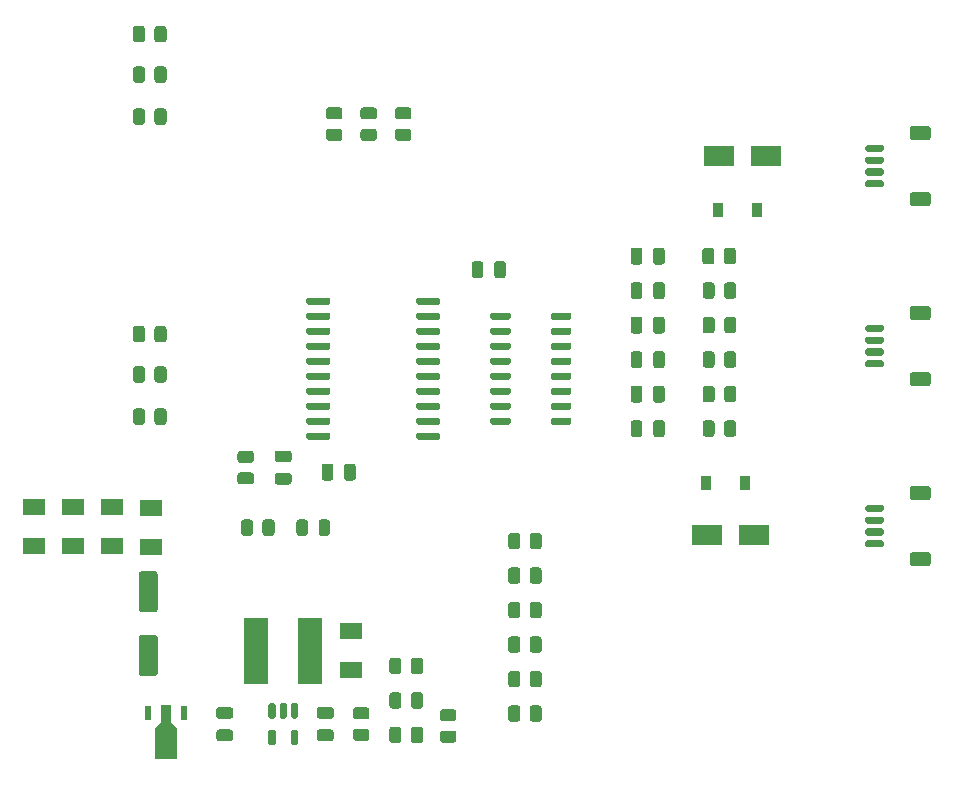
<source format=gtp>
G04 #@! TF.GenerationSoftware,KiCad,Pcbnew,6.0.2+dfsg-1*
G04 #@! TF.CreationDate,2024-06-30T21:42:03-06:00*
G04 #@! TF.ProjectId,mss-cascade-basic,6d73732d-6361-4736-9361-64652d626173,rev?*
G04 #@! TF.SameCoordinates,Original*
G04 #@! TF.FileFunction,Paste,Top*
G04 #@! TF.FilePolarity,Positive*
%FSLAX46Y46*%
G04 Gerber Fmt 4.6, Leading zero omitted, Abs format (unit mm)*
G04 Created by KiCad (PCBNEW 6.0.2+dfsg-1) date 2024-06-30 21:42:03*
%MOMM*%
%LPD*%
G01*
G04 APERTURE LIST*
%ADD10R,0.900000X1.200000*%
%ADD11R,2.500000X1.800000*%
%ADD12R,1.900000X1.400000*%
%ADD13R,2.108200X5.562600*%
%ADD14R,0.550000X1.300000*%
G04 APERTURE END LIST*
G36*
G01*
X66098000Y-184403000D02*
X66998000Y-184403000D01*
G75*
G02*
X67248000Y-184653000I0J-250000D01*
G01*
X67248000Y-185178000D01*
G75*
G02*
X66998000Y-185428000I-250000J0D01*
G01*
X66098000Y-185428000D01*
G75*
G02*
X65848000Y-185178000I0J250000D01*
G01*
X65848000Y-184653000D01*
G75*
G02*
X66098000Y-184403000I250000J0D01*
G01*
G37*
G36*
G01*
X66098000Y-186228000D02*
X66998000Y-186228000D01*
G75*
G02*
X67248000Y-186478000I0J-250000D01*
G01*
X67248000Y-187003000D01*
G75*
G02*
X66998000Y-187253000I-250000J0D01*
G01*
X66098000Y-187253000D01*
G75*
G02*
X65848000Y-187003000I0J250000D01*
G01*
X65848000Y-186478000D01*
G75*
G02*
X66098000Y-186228000I250000J0D01*
G01*
G37*
D10*
X92709000Y-142113000D03*
X89409000Y-142113000D03*
G36*
G01*
X88083064Y-149421000D02*
X88083064Y-148521000D01*
G75*
G02*
X88333064Y-148271000I250000J0D01*
G01*
X88858064Y-148271000D01*
G75*
G02*
X89108064Y-148521000I0J-250000D01*
G01*
X89108064Y-149421000D01*
G75*
G02*
X88858064Y-149671000I-250000J0D01*
G01*
X88333064Y-149671000D01*
G75*
G02*
X88083064Y-149421000I0J250000D01*
G01*
G37*
G36*
G01*
X89908064Y-149421000D02*
X89908064Y-148521000D01*
G75*
G02*
X90158064Y-148271000I250000J0D01*
G01*
X90683064Y-148271000D01*
G75*
G02*
X90933064Y-148521000I0J-250000D01*
G01*
X90933064Y-149421000D01*
G75*
G02*
X90683064Y-149671000I-250000J0D01*
G01*
X90158064Y-149671000D01*
G75*
G02*
X89908064Y-149421000I0J250000D01*
G01*
G37*
G36*
G01*
X88083064Y-158184000D02*
X88083064Y-157284000D01*
G75*
G02*
X88333064Y-157034000I250000J0D01*
G01*
X88858064Y-157034000D01*
G75*
G02*
X89108064Y-157284000I0J-250000D01*
G01*
X89108064Y-158184000D01*
G75*
G02*
X88858064Y-158434000I-250000J0D01*
G01*
X88333064Y-158434000D01*
G75*
G02*
X88083064Y-158184000I0J250000D01*
G01*
G37*
G36*
G01*
X89908064Y-158184000D02*
X89908064Y-157284000D01*
G75*
G02*
X90158064Y-157034000I250000J0D01*
G01*
X90683064Y-157034000D01*
G75*
G02*
X90933064Y-157284000I0J-250000D01*
G01*
X90933064Y-158184000D01*
G75*
G02*
X90683064Y-158434000I-250000J0D01*
G01*
X90158064Y-158434000D01*
G75*
G02*
X89908064Y-158184000I0J250000D01*
G01*
G37*
G36*
G01*
X39850000Y-127704000D02*
X39850000Y-126804000D01*
G75*
G02*
X40100000Y-126554000I250000J0D01*
G01*
X40625000Y-126554000D01*
G75*
G02*
X40875000Y-126804000I0J-250000D01*
G01*
X40875000Y-127704000D01*
G75*
G02*
X40625000Y-127954000I-250000J0D01*
G01*
X40100000Y-127954000D01*
G75*
G02*
X39850000Y-127704000I0J250000D01*
G01*
G37*
G36*
G01*
X41675000Y-127704000D02*
X41675000Y-126804000D01*
G75*
G02*
X41925000Y-126554000I250000J0D01*
G01*
X42450000Y-126554000D01*
G75*
G02*
X42700000Y-126804000I0J-250000D01*
G01*
X42700000Y-127704000D01*
G75*
G02*
X42450000Y-127954000I-250000J0D01*
G01*
X41925000Y-127954000D01*
G75*
G02*
X41675000Y-127704000I0J250000D01*
G01*
G37*
G36*
G01*
X88083064Y-152342000D02*
X88083064Y-151442000D01*
G75*
G02*
X88333064Y-151192000I250000J0D01*
G01*
X88858064Y-151192000D01*
G75*
G02*
X89108064Y-151442000I0J-250000D01*
G01*
X89108064Y-152342000D01*
G75*
G02*
X88858064Y-152592000I-250000J0D01*
G01*
X88333064Y-152592000D01*
G75*
G02*
X88083064Y-152342000I0J250000D01*
G01*
G37*
G36*
G01*
X89908064Y-152342000D02*
X89908064Y-151442000D01*
G75*
G02*
X90158064Y-151192000I250000J0D01*
G01*
X90683064Y-151192000D01*
G75*
G02*
X90933064Y-151442000I0J-250000D01*
G01*
X90933064Y-152342000D01*
G75*
G02*
X90683064Y-152592000I-250000J0D01*
G01*
X90158064Y-152592000D01*
G75*
G02*
X89908064Y-152342000I0J250000D01*
G01*
G37*
G36*
G01*
X41698000Y-181615000D02*
X40598000Y-181615000D01*
G75*
G02*
X40348000Y-181365000I0J250000D01*
G01*
X40348000Y-178365000D01*
G75*
G02*
X40598000Y-178115000I250000J0D01*
G01*
X41698000Y-178115000D01*
G75*
G02*
X41948000Y-178365000I0J-250000D01*
G01*
X41948000Y-181365000D01*
G75*
G02*
X41698000Y-181615000I-250000J0D01*
G01*
G37*
G36*
G01*
X41698000Y-176215000D02*
X40598000Y-176215000D01*
G75*
G02*
X40348000Y-175965000I0J250000D01*
G01*
X40348000Y-172965000D01*
G75*
G02*
X40598000Y-172715000I250000J0D01*
G01*
X41698000Y-172715000D01*
G75*
G02*
X41948000Y-172965000I0J-250000D01*
G01*
X41948000Y-175965000D01*
G75*
G02*
X41698000Y-176215000I-250000J0D01*
G01*
G37*
G36*
G01*
X103273000Y-155470000D02*
X102023000Y-155470000D01*
G75*
G02*
X101873000Y-155320000I0J150000D01*
G01*
X101873000Y-155020000D01*
G75*
G02*
X102023000Y-154870000I150000J0D01*
G01*
X103273000Y-154870000D01*
G75*
G02*
X103423000Y-155020000I0J-150000D01*
G01*
X103423000Y-155320000D01*
G75*
G02*
X103273000Y-155470000I-150000J0D01*
G01*
G37*
G36*
G01*
X103273000Y-154470000D02*
X102023000Y-154470000D01*
G75*
G02*
X101873000Y-154320000I0J150000D01*
G01*
X101873000Y-154020000D01*
G75*
G02*
X102023000Y-153870000I150000J0D01*
G01*
X103273000Y-153870000D01*
G75*
G02*
X103423000Y-154020000I0J-150000D01*
G01*
X103423000Y-154320000D01*
G75*
G02*
X103273000Y-154470000I-150000J0D01*
G01*
G37*
G36*
G01*
X103273000Y-153470000D02*
X102023000Y-153470000D01*
G75*
G02*
X101873000Y-153320000I0J150000D01*
G01*
X101873000Y-153020000D01*
G75*
G02*
X102023000Y-152870000I150000J0D01*
G01*
X103273000Y-152870000D01*
G75*
G02*
X103423000Y-153020000I0J-150000D01*
G01*
X103423000Y-153320000D01*
G75*
G02*
X103273000Y-153470000I-150000J0D01*
G01*
G37*
G36*
G01*
X103273000Y-152470000D02*
X102023000Y-152470000D01*
G75*
G02*
X101873000Y-152320000I0J150000D01*
G01*
X101873000Y-152020000D01*
G75*
G02*
X102023000Y-151870000I150000J0D01*
G01*
X103273000Y-151870000D01*
G75*
G02*
X103423000Y-152020000I0J-150000D01*
G01*
X103423000Y-152320000D01*
G75*
G02*
X103273000Y-152470000I-150000J0D01*
G01*
G37*
G36*
G01*
X107173000Y-151470000D02*
X105873000Y-151470000D01*
G75*
G02*
X105623000Y-151220000I0J250000D01*
G01*
X105623000Y-150520000D01*
G75*
G02*
X105873000Y-150270000I250000J0D01*
G01*
X107173000Y-150270000D01*
G75*
G02*
X107423000Y-150520000I0J-250000D01*
G01*
X107423000Y-151220000D01*
G75*
G02*
X107173000Y-151470000I-250000J0D01*
G01*
G37*
G36*
G01*
X107173000Y-157070000D02*
X105873000Y-157070000D01*
G75*
G02*
X105623000Y-156820000I0J250000D01*
G01*
X105623000Y-156120000D01*
G75*
G02*
X105873000Y-155870000I250000J0D01*
G01*
X107173000Y-155870000D01*
G75*
G02*
X107423000Y-156120000I0J-250000D01*
G01*
X107423000Y-156820000D01*
G75*
G02*
X107173000Y-157070000I-250000J0D01*
G01*
G37*
G36*
G01*
X60267000Y-136299000D02*
X59367000Y-136299000D01*
G75*
G02*
X59117000Y-136049000I0J250000D01*
G01*
X59117000Y-135524000D01*
G75*
G02*
X59367000Y-135274000I250000J0D01*
G01*
X60267000Y-135274000D01*
G75*
G02*
X60517000Y-135524000I0J-250000D01*
G01*
X60517000Y-136049000D01*
G75*
G02*
X60267000Y-136299000I-250000J0D01*
G01*
G37*
G36*
G01*
X60267000Y-134474000D02*
X59367000Y-134474000D01*
G75*
G02*
X59117000Y-134224000I0J250000D01*
G01*
X59117000Y-133699000D01*
G75*
G02*
X59367000Y-133449000I250000J0D01*
G01*
X60267000Y-133449000D01*
G75*
G02*
X60517000Y-133699000I0J-250000D01*
G01*
X60517000Y-134224000D01*
G75*
G02*
X60267000Y-134474000I-250000J0D01*
G01*
G37*
G36*
G01*
X61567000Y-184119000D02*
X61567000Y-183219000D01*
G75*
G02*
X61817000Y-182969000I250000J0D01*
G01*
X62342000Y-182969000D01*
G75*
G02*
X62592000Y-183219000I0J-250000D01*
G01*
X62592000Y-184119000D01*
G75*
G02*
X62342000Y-184369000I-250000J0D01*
G01*
X61817000Y-184369000D01*
G75*
G02*
X61567000Y-184119000I0J250000D01*
G01*
G37*
G36*
G01*
X63392000Y-184119000D02*
X63392000Y-183219000D01*
G75*
G02*
X63642000Y-182969000I250000J0D01*
G01*
X64167000Y-182969000D01*
G75*
G02*
X64417000Y-183219000I0J-250000D01*
G01*
X64417000Y-184119000D01*
G75*
G02*
X64167000Y-184369000I-250000J0D01*
G01*
X63642000Y-184369000D01*
G75*
G02*
X63392000Y-184119000I0J250000D01*
G01*
G37*
G36*
G01*
X84889000Y-157259000D02*
X84889000Y-158209000D01*
G75*
G02*
X84639000Y-158459000I-250000J0D01*
G01*
X84139000Y-158459000D01*
G75*
G02*
X83889000Y-158209000I0J250000D01*
G01*
X83889000Y-157259000D01*
G75*
G02*
X84139000Y-157009000I250000J0D01*
G01*
X84639000Y-157009000D01*
G75*
G02*
X84889000Y-157259000I0J-250000D01*
G01*
G37*
G36*
G01*
X82989000Y-157259000D02*
X82989000Y-158209000D01*
G75*
G02*
X82739000Y-158459000I-250000J0D01*
G01*
X82239000Y-158459000D01*
G75*
G02*
X81989000Y-158209000I0J250000D01*
G01*
X81989000Y-157259000D01*
G75*
G02*
X82239000Y-157009000I250000J0D01*
G01*
X82739000Y-157009000D01*
G75*
G02*
X82989000Y-157259000I0J-250000D01*
G01*
G37*
G36*
G01*
X74473500Y-184335000D02*
X74473500Y-185235000D01*
G75*
G02*
X74223500Y-185485000I-250000J0D01*
G01*
X73698500Y-185485000D01*
G75*
G02*
X73448500Y-185235000I0J250000D01*
G01*
X73448500Y-184335000D01*
G75*
G02*
X73698500Y-184085000I250000J0D01*
G01*
X74223500Y-184085000D01*
G75*
G02*
X74473500Y-184335000I0J-250000D01*
G01*
G37*
G36*
G01*
X72648500Y-184335000D02*
X72648500Y-185235000D01*
G75*
G02*
X72398500Y-185485000I-250000J0D01*
G01*
X71873500Y-185485000D01*
G75*
G02*
X71623500Y-185235000I0J250000D01*
G01*
X71623500Y-184335000D01*
G75*
G02*
X71873500Y-184085000I250000J0D01*
G01*
X72398500Y-184085000D01*
G75*
G02*
X72648500Y-184335000I0J-250000D01*
G01*
G37*
G36*
G01*
X51844000Y-168587000D02*
X51844000Y-169487000D01*
G75*
G02*
X51594000Y-169737000I-250000J0D01*
G01*
X51069000Y-169737000D01*
G75*
G02*
X50819000Y-169487000I0J250000D01*
G01*
X50819000Y-168587000D01*
G75*
G02*
X51069000Y-168337000I250000J0D01*
G01*
X51594000Y-168337000D01*
G75*
G02*
X51844000Y-168587000I0J-250000D01*
G01*
G37*
G36*
G01*
X50019000Y-168587000D02*
X50019000Y-169487000D01*
G75*
G02*
X49769000Y-169737000I-250000J0D01*
G01*
X49244000Y-169737000D01*
G75*
G02*
X48994000Y-169487000I0J250000D01*
G01*
X48994000Y-168587000D01*
G75*
G02*
X49244000Y-168337000I250000J0D01*
G01*
X49769000Y-168337000D01*
G75*
G02*
X50019000Y-168587000I0J-250000D01*
G01*
G37*
G36*
G01*
X47150000Y-184224000D02*
X48100000Y-184224000D01*
G75*
G02*
X48350000Y-184474000I0J-250000D01*
G01*
X48350000Y-184974000D01*
G75*
G02*
X48100000Y-185224000I-250000J0D01*
G01*
X47150000Y-185224000D01*
G75*
G02*
X46900000Y-184974000I0J250000D01*
G01*
X46900000Y-184474000D01*
G75*
G02*
X47150000Y-184224000I250000J0D01*
G01*
G37*
G36*
G01*
X47150000Y-186124000D02*
X48100000Y-186124000D01*
G75*
G02*
X48350000Y-186374000I0J-250000D01*
G01*
X48350000Y-186874000D01*
G75*
G02*
X48100000Y-187124000I-250000J0D01*
G01*
X47150000Y-187124000D01*
G75*
G02*
X46900000Y-186874000I0J250000D01*
G01*
X46900000Y-186374000D01*
G75*
G02*
X47150000Y-186124000I250000J0D01*
G01*
G37*
D11*
X88424000Y-169672000D03*
X92424000Y-169672000D03*
G36*
G01*
X39850000Y-153104000D02*
X39850000Y-152204000D01*
G75*
G02*
X40100000Y-151954000I250000J0D01*
G01*
X40625000Y-151954000D01*
G75*
G02*
X40875000Y-152204000I0J-250000D01*
G01*
X40875000Y-153104000D01*
G75*
G02*
X40625000Y-153354000I-250000J0D01*
G01*
X40100000Y-153354000D01*
G75*
G02*
X39850000Y-153104000I0J250000D01*
G01*
G37*
G36*
G01*
X41675000Y-153104000D02*
X41675000Y-152204000D01*
G75*
G02*
X41925000Y-151954000I250000J0D01*
G01*
X42450000Y-151954000D01*
G75*
G02*
X42700000Y-152204000I0J-250000D01*
G01*
X42700000Y-153104000D01*
G75*
G02*
X42450000Y-153354000I-250000J0D01*
G01*
X41925000Y-153354000D01*
G75*
G02*
X41675000Y-153104000I0J250000D01*
G01*
G37*
G36*
G01*
X48953000Y-162532000D02*
X49853000Y-162532000D01*
G75*
G02*
X50103000Y-162782000I0J-250000D01*
G01*
X50103000Y-163307000D01*
G75*
G02*
X49853000Y-163557000I-250000J0D01*
G01*
X48953000Y-163557000D01*
G75*
G02*
X48703000Y-163307000I0J250000D01*
G01*
X48703000Y-162782000D01*
G75*
G02*
X48953000Y-162532000I250000J0D01*
G01*
G37*
G36*
G01*
X48953000Y-164357000D02*
X49853000Y-164357000D01*
G75*
G02*
X50103000Y-164607000I0J-250000D01*
G01*
X50103000Y-165132000D01*
G75*
G02*
X49853000Y-165382000I-250000J0D01*
G01*
X48953000Y-165382000D01*
G75*
G02*
X48703000Y-165132000I0J250000D01*
G01*
X48703000Y-164607000D01*
G75*
G02*
X48953000Y-164357000I250000J0D01*
G01*
G37*
G36*
G01*
X39850000Y-156524000D02*
X39850000Y-155624000D01*
G75*
G02*
X40100000Y-155374000I250000J0D01*
G01*
X40625000Y-155374000D01*
G75*
G02*
X40875000Y-155624000I0J-250000D01*
G01*
X40875000Y-156524000D01*
G75*
G02*
X40625000Y-156774000I-250000J0D01*
G01*
X40100000Y-156774000D01*
G75*
G02*
X39850000Y-156524000I0J250000D01*
G01*
G37*
G36*
G01*
X41675000Y-156524000D02*
X41675000Y-155624000D01*
G75*
G02*
X41925000Y-155374000I250000J0D01*
G01*
X42450000Y-155374000D01*
G75*
G02*
X42700000Y-155624000I0J-250000D01*
G01*
X42700000Y-156524000D01*
G75*
G02*
X42450000Y-156774000I-250000J0D01*
G01*
X41925000Y-156774000D01*
G75*
G02*
X41675000Y-156524000I0J250000D01*
G01*
G37*
G36*
G01*
X84889000Y-154338000D02*
X84889000Y-155288000D01*
G75*
G02*
X84639000Y-155538000I-250000J0D01*
G01*
X84139000Y-155538000D01*
G75*
G02*
X83889000Y-155288000I0J250000D01*
G01*
X83889000Y-154338000D01*
G75*
G02*
X84139000Y-154088000I250000J0D01*
G01*
X84639000Y-154088000D01*
G75*
G02*
X84889000Y-154338000I0J-250000D01*
G01*
G37*
G36*
G01*
X82989000Y-154338000D02*
X82989000Y-155288000D01*
G75*
G02*
X82739000Y-155538000I-250000J0D01*
G01*
X82239000Y-155538000D01*
G75*
G02*
X81989000Y-155288000I0J250000D01*
G01*
X81989000Y-154338000D01*
G75*
G02*
X82239000Y-154088000I250000J0D01*
G01*
X82739000Y-154088000D01*
G75*
G02*
X82989000Y-154338000I0J-250000D01*
G01*
G37*
G36*
G01*
X57346000Y-136299000D02*
X56446000Y-136299000D01*
G75*
G02*
X56196000Y-136049000I0J250000D01*
G01*
X56196000Y-135524000D01*
G75*
G02*
X56446000Y-135274000I250000J0D01*
G01*
X57346000Y-135274000D01*
G75*
G02*
X57596000Y-135524000I0J-250000D01*
G01*
X57596000Y-136049000D01*
G75*
G02*
X57346000Y-136299000I-250000J0D01*
G01*
G37*
G36*
G01*
X57346000Y-134474000D02*
X56446000Y-134474000D01*
G75*
G02*
X56196000Y-134224000I0J250000D01*
G01*
X56196000Y-133699000D01*
G75*
G02*
X56446000Y-133449000I250000J0D01*
G01*
X57346000Y-133449000D01*
G75*
G02*
X57596000Y-133699000I0J-250000D01*
G01*
X57596000Y-134224000D01*
G75*
G02*
X57346000Y-134474000I-250000J0D01*
G01*
G37*
G36*
G01*
X84889000Y-151417000D02*
X84889000Y-152367000D01*
G75*
G02*
X84639000Y-152617000I-250000J0D01*
G01*
X84139000Y-152617000D01*
G75*
G02*
X83889000Y-152367000I0J250000D01*
G01*
X83889000Y-151417000D01*
G75*
G02*
X84139000Y-151167000I250000J0D01*
G01*
X84639000Y-151167000D01*
G75*
G02*
X84889000Y-151417000I0J-250000D01*
G01*
G37*
G36*
G01*
X82989000Y-151417000D02*
X82989000Y-152367000D01*
G75*
G02*
X82739000Y-152617000I-250000J0D01*
G01*
X82239000Y-152617000D01*
G75*
G02*
X81989000Y-152367000I0J250000D01*
G01*
X81989000Y-151417000D01*
G75*
G02*
X82239000Y-151167000I250000J0D01*
G01*
X82739000Y-151167000D01*
G75*
G02*
X82989000Y-151417000I0J-250000D01*
G01*
G37*
D12*
X31496000Y-167260000D03*
X31496000Y-170560000D03*
G36*
G01*
X70083000Y-151280000D02*
X70083000Y-150980000D01*
G75*
G02*
X70233000Y-150830000I150000J0D01*
G01*
X71683000Y-150830000D01*
G75*
G02*
X71833000Y-150980000I0J-150000D01*
G01*
X71833000Y-151280000D01*
G75*
G02*
X71683000Y-151430000I-150000J0D01*
G01*
X70233000Y-151430000D01*
G75*
G02*
X70083000Y-151280000I0J150000D01*
G01*
G37*
G36*
G01*
X70083000Y-152550000D02*
X70083000Y-152250000D01*
G75*
G02*
X70233000Y-152100000I150000J0D01*
G01*
X71683000Y-152100000D01*
G75*
G02*
X71833000Y-152250000I0J-150000D01*
G01*
X71833000Y-152550000D01*
G75*
G02*
X71683000Y-152700000I-150000J0D01*
G01*
X70233000Y-152700000D01*
G75*
G02*
X70083000Y-152550000I0J150000D01*
G01*
G37*
G36*
G01*
X70083000Y-153820000D02*
X70083000Y-153520000D01*
G75*
G02*
X70233000Y-153370000I150000J0D01*
G01*
X71683000Y-153370000D01*
G75*
G02*
X71833000Y-153520000I0J-150000D01*
G01*
X71833000Y-153820000D01*
G75*
G02*
X71683000Y-153970000I-150000J0D01*
G01*
X70233000Y-153970000D01*
G75*
G02*
X70083000Y-153820000I0J150000D01*
G01*
G37*
G36*
G01*
X70083000Y-155090000D02*
X70083000Y-154790000D01*
G75*
G02*
X70233000Y-154640000I150000J0D01*
G01*
X71683000Y-154640000D01*
G75*
G02*
X71833000Y-154790000I0J-150000D01*
G01*
X71833000Y-155090000D01*
G75*
G02*
X71683000Y-155240000I-150000J0D01*
G01*
X70233000Y-155240000D01*
G75*
G02*
X70083000Y-155090000I0J150000D01*
G01*
G37*
G36*
G01*
X70083000Y-156360000D02*
X70083000Y-156060000D01*
G75*
G02*
X70233000Y-155910000I150000J0D01*
G01*
X71683000Y-155910000D01*
G75*
G02*
X71833000Y-156060000I0J-150000D01*
G01*
X71833000Y-156360000D01*
G75*
G02*
X71683000Y-156510000I-150000J0D01*
G01*
X70233000Y-156510000D01*
G75*
G02*
X70083000Y-156360000I0J150000D01*
G01*
G37*
G36*
G01*
X70083000Y-157630000D02*
X70083000Y-157330000D01*
G75*
G02*
X70233000Y-157180000I150000J0D01*
G01*
X71683000Y-157180000D01*
G75*
G02*
X71833000Y-157330000I0J-150000D01*
G01*
X71833000Y-157630000D01*
G75*
G02*
X71683000Y-157780000I-150000J0D01*
G01*
X70233000Y-157780000D01*
G75*
G02*
X70083000Y-157630000I0J150000D01*
G01*
G37*
G36*
G01*
X70083000Y-158900000D02*
X70083000Y-158600000D01*
G75*
G02*
X70233000Y-158450000I150000J0D01*
G01*
X71683000Y-158450000D01*
G75*
G02*
X71833000Y-158600000I0J-150000D01*
G01*
X71833000Y-158900000D01*
G75*
G02*
X71683000Y-159050000I-150000J0D01*
G01*
X70233000Y-159050000D01*
G75*
G02*
X70083000Y-158900000I0J150000D01*
G01*
G37*
G36*
G01*
X70083000Y-160170000D02*
X70083000Y-159870000D01*
G75*
G02*
X70233000Y-159720000I150000J0D01*
G01*
X71683000Y-159720000D01*
G75*
G02*
X71833000Y-159870000I0J-150000D01*
G01*
X71833000Y-160170000D01*
G75*
G02*
X71683000Y-160320000I-150000J0D01*
G01*
X70233000Y-160320000D01*
G75*
G02*
X70083000Y-160170000I0J150000D01*
G01*
G37*
G36*
G01*
X75233000Y-160170000D02*
X75233000Y-159870000D01*
G75*
G02*
X75383000Y-159720000I150000J0D01*
G01*
X76833000Y-159720000D01*
G75*
G02*
X76983000Y-159870000I0J-150000D01*
G01*
X76983000Y-160170000D01*
G75*
G02*
X76833000Y-160320000I-150000J0D01*
G01*
X75383000Y-160320000D01*
G75*
G02*
X75233000Y-160170000I0J150000D01*
G01*
G37*
G36*
G01*
X75233000Y-158900000D02*
X75233000Y-158600000D01*
G75*
G02*
X75383000Y-158450000I150000J0D01*
G01*
X76833000Y-158450000D01*
G75*
G02*
X76983000Y-158600000I0J-150000D01*
G01*
X76983000Y-158900000D01*
G75*
G02*
X76833000Y-159050000I-150000J0D01*
G01*
X75383000Y-159050000D01*
G75*
G02*
X75233000Y-158900000I0J150000D01*
G01*
G37*
G36*
G01*
X75233000Y-157630000D02*
X75233000Y-157330000D01*
G75*
G02*
X75383000Y-157180000I150000J0D01*
G01*
X76833000Y-157180000D01*
G75*
G02*
X76983000Y-157330000I0J-150000D01*
G01*
X76983000Y-157630000D01*
G75*
G02*
X76833000Y-157780000I-150000J0D01*
G01*
X75383000Y-157780000D01*
G75*
G02*
X75233000Y-157630000I0J150000D01*
G01*
G37*
G36*
G01*
X75233000Y-156360000D02*
X75233000Y-156060000D01*
G75*
G02*
X75383000Y-155910000I150000J0D01*
G01*
X76833000Y-155910000D01*
G75*
G02*
X76983000Y-156060000I0J-150000D01*
G01*
X76983000Y-156360000D01*
G75*
G02*
X76833000Y-156510000I-150000J0D01*
G01*
X75383000Y-156510000D01*
G75*
G02*
X75233000Y-156360000I0J150000D01*
G01*
G37*
G36*
G01*
X75233000Y-155090000D02*
X75233000Y-154790000D01*
G75*
G02*
X75383000Y-154640000I150000J0D01*
G01*
X76833000Y-154640000D01*
G75*
G02*
X76983000Y-154790000I0J-150000D01*
G01*
X76983000Y-155090000D01*
G75*
G02*
X76833000Y-155240000I-150000J0D01*
G01*
X75383000Y-155240000D01*
G75*
G02*
X75233000Y-155090000I0J150000D01*
G01*
G37*
G36*
G01*
X75233000Y-153820000D02*
X75233000Y-153520000D01*
G75*
G02*
X75383000Y-153370000I150000J0D01*
G01*
X76833000Y-153370000D01*
G75*
G02*
X76983000Y-153520000I0J-150000D01*
G01*
X76983000Y-153820000D01*
G75*
G02*
X76833000Y-153970000I-150000J0D01*
G01*
X75383000Y-153970000D01*
G75*
G02*
X75233000Y-153820000I0J150000D01*
G01*
G37*
G36*
G01*
X75233000Y-152550000D02*
X75233000Y-152250000D01*
G75*
G02*
X75383000Y-152100000I150000J0D01*
G01*
X76833000Y-152100000D01*
G75*
G02*
X76983000Y-152250000I0J-150000D01*
G01*
X76983000Y-152550000D01*
G75*
G02*
X76833000Y-152700000I-150000J0D01*
G01*
X75383000Y-152700000D01*
G75*
G02*
X75233000Y-152550000I0J150000D01*
G01*
G37*
G36*
G01*
X75233000Y-151280000D02*
X75233000Y-150980000D01*
G75*
G02*
X75383000Y-150830000I150000J0D01*
G01*
X76833000Y-150830000D01*
G75*
G02*
X76983000Y-150980000I0J-150000D01*
G01*
X76983000Y-151280000D01*
G75*
G02*
X76833000Y-151430000I-150000J0D01*
G01*
X75383000Y-151430000D01*
G75*
G02*
X75233000Y-151280000I0J150000D01*
G01*
G37*
G36*
G01*
X64417000Y-180298000D02*
X64417000Y-181198000D01*
G75*
G02*
X64167000Y-181448000I-250000J0D01*
G01*
X63642000Y-181448000D01*
G75*
G02*
X63392000Y-181198000I0J250000D01*
G01*
X63392000Y-180298000D01*
G75*
G02*
X63642000Y-180048000I250000J0D01*
G01*
X64167000Y-180048000D01*
G75*
G02*
X64417000Y-180298000I0J-250000D01*
G01*
G37*
G36*
G01*
X62592000Y-180298000D02*
X62592000Y-181198000D01*
G75*
G02*
X62342000Y-181448000I-250000J0D01*
G01*
X61817000Y-181448000D01*
G75*
G02*
X61567000Y-181198000I0J250000D01*
G01*
X61567000Y-180298000D01*
G75*
G02*
X61817000Y-180048000I250000J0D01*
G01*
X62342000Y-180048000D01*
G75*
G02*
X62592000Y-180298000I0J-250000D01*
G01*
G37*
G36*
G01*
X58727000Y-163863000D02*
X58727000Y-164813000D01*
G75*
G02*
X58477000Y-165063000I-250000J0D01*
G01*
X57977000Y-165063000D01*
G75*
G02*
X57727000Y-164813000I0J250000D01*
G01*
X57727000Y-163863000D01*
G75*
G02*
X57977000Y-163613000I250000J0D01*
G01*
X58477000Y-163613000D01*
G75*
G02*
X58727000Y-163863000I0J-250000D01*
G01*
G37*
G36*
G01*
X56827000Y-163863000D02*
X56827000Y-164813000D01*
G75*
G02*
X56577000Y-165063000I-250000J0D01*
G01*
X56077000Y-165063000D01*
G75*
G02*
X55827000Y-164813000I0J250000D01*
G01*
X55827000Y-163863000D01*
G75*
G02*
X56077000Y-163613000I250000J0D01*
G01*
X56577000Y-163613000D01*
G75*
G02*
X56827000Y-163863000I0J-250000D01*
G01*
G37*
G36*
G01*
X63188000Y-136299000D02*
X62288000Y-136299000D01*
G75*
G02*
X62038000Y-136049000I0J250000D01*
G01*
X62038000Y-135524000D01*
G75*
G02*
X62288000Y-135274000I250000J0D01*
G01*
X63188000Y-135274000D01*
G75*
G02*
X63438000Y-135524000I0J-250000D01*
G01*
X63438000Y-136049000D01*
G75*
G02*
X63188000Y-136299000I-250000J0D01*
G01*
G37*
G36*
G01*
X63188000Y-134474000D02*
X62288000Y-134474000D01*
G75*
G02*
X62038000Y-134224000I0J250000D01*
G01*
X62038000Y-133699000D01*
G75*
G02*
X62288000Y-133449000I250000J0D01*
G01*
X63188000Y-133449000D01*
G75*
G02*
X63438000Y-133699000I0J-250000D01*
G01*
X63438000Y-134224000D01*
G75*
G02*
X63188000Y-134474000I-250000J0D01*
G01*
G37*
G36*
G01*
X88083064Y-161105000D02*
X88083064Y-160205000D01*
G75*
G02*
X88333064Y-159955000I250000J0D01*
G01*
X88858064Y-159955000D01*
G75*
G02*
X89108064Y-160205000I0J-250000D01*
G01*
X89108064Y-161105000D01*
G75*
G02*
X88858064Y-161355000I-250000J0D01*
G01*
X88333064Y-161355000D01*
G75*
G02*
X88083064Y-161105000I0J250000D01*
G01*
G37*
G36*
G01*
X89908064Y-161105000D02*
X89908064Y-160205000D01*
G75*
G02*
X90158064Y-159955000I250000J0D01*
G01*
X90683064Y-159955000D01*
G75*
G02*
X90933064Y-160205000I0J-250000D01*
G01*
X90933064Y-161105000D01*
G75*
G02*
X90683064Y-161355000I-250000J0D01*
G01*
X90158064Y-161355000D01*
G75*
G02*
X89908064Y-161105000I0J250000D01*
G01*
G37*
G36*
G01*
X74473500Y-181414000D02*
X74473500Y-182314000D01*
G75*
G02*
X74223500Y-182564000I-250000J0D01*
G01*
X73698500Y-182564000D01*
G75*
G02*
X73448500Y-182314000I0J250000D01*
G01*
X73448500Y-181414000D01*
G75*
G02*
X73698500Y-181164000I250000J0D01*
G01*
X74223500Y-181164000D01*
G75*
G02*
X74473500Y-181414000I0J-250000D01*
G01*
G37*
G36*
G01*
X72648500Y-181414000D02*
X72648500Y-182314000D01*
G75*
G02*
X72398500Y-182564000I-250000J0D01*
G01*
X71873500Y-182564000D01*
G75*
G02*
X71623500Y-182314000I0J250000D01*
G01*
X71623500Y-181414000D01*
G75*
G02*
X71873500Y-181164000I250000J0D01*
G01*
X72398500Y-181164000D01*
G75*
G02*
X72648500Y-181414000I0J-250000D01*
G01*
G37*
G36*
G01*
X103273000Y-140230000D02*
X102023000Y-140230000D01*
G75*
G02*
X101873000Y-140080000I0J150000D01*
G01*
X101873000Y-139780000D01*
G75*
G02*
X102023000Y-139630000I150000J0D01*
G01*
X103273000Y-139630000D01*
G75*
G02*
X103423000Y-139780000I0J-150000D01*
G01*
X103423000Y-140080000D01*
G75*
G02*
X103273000Y-140230000I-150000J0D01*
G01*
G37*
G36*
G01*
X103273000Y-139230000D02*
X102023000Y-139230000D01*
G75*
G02*
X101873000Y-139080000I0J150000D01*
G01*
X101873000Y-138780000D01*
G75*
G02*
X102023000Y-138630000I150000J0D01*
G01*
X103273000Y-138630000D01*
G75*
G02*
X103423000Y-138780000I0J-150000D01*
G01*
X103423000Y-139080000D01*
G75*
G02*
X103273000Y-139230000I-150000J0D01*
G01*
G37*
G36*
G01*
X103273000Y-138230000D02*
X102023000Y-138230000D01*
G75*
G02*
X101873000Y-138080000I0J150000D01*
G01*
X101873000Y-137780000D01*
G75*
G02*
X102023000Y-137630000I150000J0D01*
G01*
X103273000Y-137630000D01*
G75*
G02*
X103423000Y-137780000I0J-150000D01*
G01*
X103423000Y-138080000D01*
G75*
G02*
X103273000Y-138230000I-150000J0D01*
G01*
G37*
G36*
G01*
X103273000Y-137230000D02*
X102023000Y-137230000D01*
G75*
G02*
X101873000Y-137080000I0J150000D01*
G01*
X101873000Y-136780000D01*
G75*
G02*
X102023000Y-136630000I150000J0D01*
G01*
X103273000Y-136630000D01*
G75*
G02*
X103423000Y-136780000I0J-150000D01*
G01*
X103423000Y-137080000D01*
G75*
G02*
X103273000Y-137230000I-150000J0D01*
G01*
G37*
G36*
G01*
X107173000Y-141830000D02*
X105873000Y-141830000D01*
G75*
G02*
X105623000Y-141580000I0J250000D01*
G01*
X105623000Y-140880000D01*
G75*
G02*
X105873000Y-140630000I250000J0D01*
G01*
X107173000Y-140630000D01*
G75*
G02*
X107423000Y-140880000I0J-250000D01*
G01*
X107423000Y-141580000D01*
G75*
G02*
X107173000Y-141830000I-250000J0D01*
G01*
G37*
G36*
G01*
X107173000Y-136230000D02*
X105873000Y-136230000D01*
G75*
G02*
X105623000Y-135980000I0J250000D01*
G01*
X105623000Y-135280000D01*
G75*
G02*
X105873000Y-135030000I250000J0D01*
G01*
X107173000Y-135030000D01*
G75*
G02*
X107423000Y-135280000I0J-250000D01*
G01*
X107423000Y-135980000D01*
G75*
G02*
X107173000Y-136230000I-250000J0D01*
G01*
G37*
X41402000Y-167387000D03*
X41402000Y-170687000D03*
G36*
G01*
X39850000Y-131133000D02*
X39850000Y-130233000D01*
G75*
G02*
X40100000Y-129983000I250000J0D01*
G01*
X40625000Y-129983000D01*
G75*
G02*
X40875000Y-130233000I0J-250000D01*
G01*
X40875000Y-131133000D01*
G75*
G02*
X40625000Y-131383000I-250000J0D01*
G01*
X40100000Y-131383000D01*
G75*
G02*
X39850000Y-131133000I0J250000D01*
G01*
G37*
G36*
G01*
X41675000Y-131133000D02*
X41675000Y-130233000D01*
G75*
G02*
X41925000Y-129983000I250000J0D01*
G01*
X42450000Y-129983000D01*
G75*
G02*
X42700000Y-130233000I0J-250000D01*
G01*
X42700000Y-131133000D01*
G75*
G02*
X42450000Y-131383000I-250000J0D01*
G01*
X41925000Y-131383000D01*
G75*
G02*
X41675000Y-131133000I0J250000D01*
G01*
G37*
G36*
G01*
X84889000Y-148496000D02*
X84889000Y-149446000D01*
G75*
G02*
X84639000Y-149696000I-250000J0D01*
G01*
X84139000Y-149696000D01*
G75*
G02*
X83889000Y-149446000I0J250000D01*
G01*
X83889000Y-148496000D01*
G75*
G02*
X84139000Y-148246000I250000J0D01*
G01*
X84639000Y-148246000D01*
G75*
G02*
X84889000Y-148496000I0J-250000D01*
G01*
G37*
G36*
G01*
X82989000Y-148496000D02*
X82989000Y-149446000D01*
G75*
G02*
X82739000Y-149696000I-250000J0D01*
G01*
X82239000Y-149696000D01*
G75*
G02*
X81989000Y-149446000I0J250000D01*
G01*
X81989000Y-148496000D01*
G75*
G02*
X82239000Y-148246000I250000J0D01*
G01*
X82739000Y-148246000D01*
G75*
G02*
X82989000Y-148496000I0J-250000D01*
G01*
G37*
G36*
G01*
X103273000Y-170710000D02*
X102023000Y-170710000D01*
G75*
G02*
X101873000Y-170560000I0J150000D01*
G01*
X101873000Y-170260000D01*
G75*
G02*
X102023000Y-170110000I150000J0D01*
G01*
X103273000Y-170110000D01*
G75*
G02*
X103423000Y-170260000I0J-150000D01*
G01*
X103423000Y-170560000D01*
G75*
G02*
X103273000Y-170710000I-150000J0D01*
G01*
G37*
G36*
G01*
X103273000Y-169710000D02*
X102023000Y-169710000D01*
G75*
G02*
X101873000Y-169560000I0J150000D01*
G01*
X101873000Y-169260000D01*
G75*
G02*
X102023000Y-169110000I150000J0D01*
G01*
X103273000Y-169110000D01*
G75*
G02*
X103423000Y-169260000I0J-150000D01*
G01*
X103423000Y-169560000D01*
G75*
G02*
X103273000Y-169710000I-150000J0D01*
G01*
G37*
G36*
G01*
X103273000Y-168710000D02*
X102023000Y-168710000D01*
G75*
G02*
X101873000Y-168560000I0J150000D01*
G01*
X101873000Y-168260000D01*
G75*
G02*
X102023000Y-168110000I150000J0D01*
G01*
X103273000Y-168110000D01*
G75*
G02*
X103423000Y-168260000I0J-150000D01*
G01*
X103423000Y-168560000D01*
G75*
G02*
X103273000Y-168710000I-150000J0D01*
G01*
G37*
G36*
G01*
X103273000Y-167710000D02*
X102023000Y-167710000D01*
G75*
G02*
X101873000Y-167560000I0J150000D01*
G01*
X101873000Y-167260000D01*
G75*
G02*
X102023000Y-167110000I150000J0D01*
G01*
X103273000Y-167110000D01*
G75*
G02*
X103423000Y-167260000I0J-150000D01*
G01*
X103423000Y-167560000D01*
G75*
G02*
X103273000Y-167710000I-150000J0D01*
G01*
G37*
G36*
G01*
X107173000Y-172310000D02*
X105873000Y-172310000D01*
G75*
G02*
X105623000Y-172060000I0J250000D01*
G01*
X105623000Y-171360000D01*
G75*
G02*
X105873000Y-171110000I250000J0D01*
G01*
X107173000Y-171110000D01*
G75*
G02*
X107423000Y-171360000I0J-250000D01*
G01*
X107423000Y-172060000D01*
G75*
G02*
X107173000Y-172310000I-250000J0D01*
G01*
G37*
G36*
G01*
X107173000Y-166710000D02*
X105873000Y-166710000D01*
G75*
G02*
X105623000Y-166460000I0J250000D01*
G01*
X105623000Y-165760000D01*
G75*
G02*
X105873000Y-165510000I250000J0D01*
G01*
X107173000Y-165510000D01*
G75*
G02*
X107423000Y-165760000I0J-250000D01*
G01*
X107423000Y-166460000D01*
G75*
G02*
X107173000Y-166710000I-250000J0D01*
G01*
G37*
X38100000Y-170560000D03*
X38100000Y-167260000D03*
G36*
G01*
X74473500Y-172651000D02*
X74473500Y-173551000D01*
G75*
G02*
X74223500Y-173801000I-250000J0D01*
G01*
X73698500Y-173801000D01*
G75*
G02*
X73448500Y-173551000I0J250000D01*
G01*
X73448500Y-172651000D01*
G75*
G02*
X73698500Y-172401000I250000J0D01*
G01*
X74223500Y-172401000D01*
G75*
G02*
X74473500Y-172651000I0J-250000D01*
G01*
G37*
G36*
G01*
X72648500Y-172651000D02*
X72648500Y-173551000D01*
G75*
G02*
X72398500Y-173801000I-250000J0D01*
G01*
X71873500Y-173801000D01*
G75*
G02*
X71623500Y-173551000I0J250000D01*
G01*
X71623500Y-172651000D01*
G75*
G02*
X71873500Y-172401000I250000J0D01*
G01*
X72398500Y-172401000D01*
G75*
G02*
X72648500Y-172651000I0J-250000D01*
G01*
G37*
G36*
G01*
X84889000Y-160180000D02*
X84889000Y-161130000D01*
G75*
G02*
X84639000Y-161380000I-250000J0D01*
G01*
X84139000Y-161380000D01*
G75*
G02*
X83889000Y-161130000I0J250000D01*
G01*
X83889000Y-160180000D01*
G75*
G02*
X84139000Y-159930000I250000J0D01*
G01*
X84639000Y-159930000D01*
G75*
G02*
X84889000Y-160180000I0J-250000D01*
G01*
G37*
G36*
G01*
X82989000Y-160180000D02*
X82989000Y-161130000D01*
G75*
G02*
X82739000Y-161380000I-250000J0D01*
G01*
X82239000Y-161380000D01*
G75*
G02*
X81989000Y-161130000I0J250000D01*
G01*
X81989000Y-160180000D01*
G75*
G02*
X82239000Y-159930000I250000J0D01*
G01*
X82739000Y-159930000D01*
G75*
G02*
X82989000Y-160180000I0J-250000D01*
G01*
G37*
G36*
G01*
X74473500Y-178493000D02*
X74473500Y-179393000D01*
G75*
G02*
X74223500Y-179643000I-250000J0D01*
G01*
X73698500Y-179643000D01*
G75*
G02*
X73448500Y-179393000I0J250000D01*
G01*
X73448500Y-178493000D01*
G75*
G02*
X73698500Y-178243000I250000J0D01*
G01*
X74223500Y-178243000D01*
G75*
G02*
X74473500Y-178493000I0J-250000D01*
G01*
G37*
G36*
G01*
X72648500Y-178493000D02*
X72648500Y-179393000D01*
G75*
G02*
X72398500Y-179643000I-250000J0D01*
G01*
X71873500Y-179643000D01*
G75*
G02*
X71623500Y-179393000I0J250000D01*
G01*
X71623500Y-178493000D01*
G75*
G02*
X71873500Y-178243000I250000J0D01*
G01*
X72398500Y-178243000D01*
G75*
G02*
X72648500Y-178493000I0J-250000D01*
G01*
G37*
G36*
G01*
X71427000Y-146718000D02*
X71427000Y-147668000D01*
G75*
G02*
X71177000Y-147918000I-250000J0D01*
G01*
X70677000Y-147918000D01*
G75*
G02*
X70427000Y-147668000I0J250000D01*
G01*
X70427000Y-146718000D01*
G75*
G02*
X70677000Y-146468000I250000J0D01*
G01*
X71177000Y-146468000D01*
G75*
G02*
X71427000Y-146718000I0J-250000D01*
G01*
G37*
G36*
G01*
X69527000Y-146718000D02*
X69527000Y-147668000D01*
G75*
G02*
X69277000Y-147918000I-250000J0D01*
G01*
X68777000Y-147918000D01*
G75*
G02*
X68527000Y-147668000I0J250000D01*
G01*
X68527000Y-146718000D01*
G75*
G02*
X68777000Y-146468000I250000J0D01*
G01*
X69277000Y-146468000D01*
G75*
G02*
X69527000Y-146718000I0J-250000D01*
G01*
G37*
D11*
X89440000Y-137541000D03*
X93440000Y-137541000D03*
G36*
G01*
X88059564Y-146500000D02*
X88059564Y-145600000D01*
G75*
G02*
X88309564Y-145350000I250000J0D01*
G01*
X88834564Y-145350000D01*
G75*
G02*
X89084564Y-145600000I0J-250000D01*
G01*
X89084564Y-146500000D01*
G75*
G02*
X88834564Y-146750000I-250000J0D01*
G01*
X88309564Y-146750000D01*
G75*
G02*
X88059564Y-146500000I0J250000D01*
G01*
G37*
G36*
G01*
X89884564Y-146500000D02*
X89884564Y-145600000D01*
G75*
G02*
X90134564Y-145350000I250000J0D01*
G01*
X90659564Y-145350000D01*
G75*
G02*
X90909564Y-145600000I0J-250000D01*
G01*
X90909564Y-146500000D01*
G75*
G02*
X90659564Y-146750000I-250000J0D01*
G01*
X90134564Y-146750000D01*
G75*
G02*
X89884564Y-146500000I0J250000D01*
G01*
G37*
D12*
X34798000Y-170560000D03*
X34798000Y-167260000D03*
G36*
G01*
X74473500Y-175572000D02*
X74473500Y-176472000D01*
G75*
G02*
X74223500Y-176722000I-250000J0D01*
G01*
X73698500Y-176722000D01*
G75*
G02*
X73448500Y-176472000I0J250000D01*
G01*
X73448500Y-175572000D01*
G75*
G02*
X73698500Y-175322000I250000J0D01*
G01*
X74223500Y-175322000D01*
G75*
G02*
X74473500Y-175572000I0J-250000D01*
G01*
G37*
G36*
G01*
X72648500Y-175572000D02*
X72648500Y-176472000D01*
G75*
G02*
X72398500Y-176722000I-250000J0D01*
G01*
X71873500Y-176722000D01*
G75*
G02*
X71623500Y-176472000I0J250000D01*
G01*
X71623500Y-175572000D01*
G75*
G02*
X71873500Y-175322000I250000J0D01*
G01*
X72398500Y-175322000D01*
G75*
G02*
X72648500Y-175572000I0J-250000D01*
G01*
G37*
G36*
G01*
X39850000Y-134689000D02*
X39850000Y-133789000D01*
G75*
G02*
X40100000Y-133539000I250000J0D01*
G01*
X40625000Y-133539000D01*
G75*
G02*
X40875000Y-133789000I0J-250000D01*
G01*
X40875000Y-134689000D01*
G75*
G02*
X40625000Y-134939000I-250000J0D01*
G01*
X40100000Y-134939000D01*
G75*
G02*
X39850000Y-134689000I0J250000D01*
G01*
G37*
G36*
G01*
X41675000Y-134689000D02*
X41675000Y-133789000D01*
G75*
G02*
X41925000Y-133539000I250000J0D01*
G01*
X42450000Y-133539000D01*
G75*
G02*
X42700000Y-133789000I0J-250000D01*
G01*
X42700000Y-134689000D01*
G75*
G02*
X42450000Y-134939000I-250000J0D01*
G01*
X41925000Y-134939000D01*
G75*
G02*
X41675000Y-134689000I0J250000D01*
G01*
G37*
D13*
X50279300Y-179451000D03*
X54876700Y-179451000D03*
G36*
G01*
X56543000Y-168580750D02*
X56543000Y-169493250D01*
G75*
G02*
X56299250Y-169737000I-243750J0D01*
G01*
X55811750Y-169737000D01*
G75*
G02*
X55568000Y-169493250I0J243750D01*
G01*
X55568000Y-168580750D01*
G75*
G02*
X55811750Y-168337000I243750J0D01*
G01*
X56299250Y-168337000D01*
G75*
G02*
X56543000Y-168580750I0J-243750D01*
G01*
G37*
G36*
G01*
X54668000Y-168580750D02*
X54668000Y-169493250D01*
G75*
G02*
X54424250Y-169737000I-243750J0D01*
G01*
X53936750Y-169737000D01*
G75*
G02*
X53693000Y-169493250I0J243750D01*
G01*
X53693000Y-168580750D01*
G75*
G02*
X53936750Y-168337000I243750J0D01*
G01*
X54424250Y-168337000D01*
G75*
G02*
X54668000Y-168580750I0J-243750D01*
G01*
G37*
G36*
G01*
X55659000Y-184224000D02*
X56609000Y-184224000D01*
G75*
G02*
X56859000Y-184474000I0J-250000D01*
G01*
X56859000Y-184974000D01*
G75*
G02*
X56609000Y-185224000I-250000J0D01*
G01*
X55659000Y-185224000D01*
G75*
G02*
X55409000Y-184974000I0J250000D01*
G01*
X55409000Y-184474000D01*
G75*
G02*
X55659000Y-184224000I250000J0D01*
G01*
G37*
G36*
G01*
X55659000Y-186124000D02*
X56609000Y-186124000D01*
G75*
G02*
X56859000Y-186374000I0J-250000D01*
G01*
X56859000Y-186874000D01*
G75*
G02*
X56609000Y-187124000I-250000J0D01*
G01*
X55659000Y-187124000D01*
G75*
G02*
X55409000Y-186874000I0J250000D01*
G01*
X55409000Y-186374000D01*
G75*
G02*
X55659000Y-186124000I250000J0D01*
G01*
G37*
G36*
G01*
X54523000Y-150010000D02*
X54523000Y-149710000D01*
G75*
G02*
X54673000Y-149560000I150000J0D01*
G01*
X56423000Y-149560000D01*
G75*
G02*
X56573000Y-149710000I0J-150000D01*
G01*
X56573000Y-150010000D01*
G75*
G02*
X56423000Y-150160000I-150000J0D01*
G01*
X54673000Y-150160000D01*
G75*
G02*
X54523000Y-150010000I0J150000D01*
G01*
G37*
G36*
G01*
X54523000Y-151280000D02*
X54523000Y-150980000D01*
G75*
G02*
X54673000Y-150830000I150000J0D01*
G01*
X56423000Y-150830000D01*
G75*
G02*
X56573000Y-150980000I0J-150000D01*
G01*
X56573000Y-151280000D01*
G75*
G02*
X56423000Y-151430000I-150000J0D01*
G01*
X54673000Y-151430000D01*
G75*
G02*
X54523000Y-151280000I0J150000D01*
G01*
G37*
G36*
G01*
X54523000Y-152550000D02*
X54523000Y-152250000D01*
G75*
G02*
X54673000Y-152100000I150000J0D01*
G01*
X56423000Y-152100000D01*
G75*
G02*
X56573000Y-152250000I0J-150000D01*
G01*
X56573000Y-152550000D01*
G75*
G02*
X56423000Y-152700000I-150000J0D01*
G01*
X54673000Y-152700000D01*
G75*
G02*
X54523000Y-152550000I0J150000D01*
G01*
G37*
G36*
G01*
X54523000Y-153820000D02*
X54523000Y-153520000D01*
G75*
G02*
X54673000Y-153370000I150000J0D01*
G01*
X56423000Y-153370000D01*
G75*
G02*
X56573000Y-153520000I0J-150000D01*
G01*
X56573000Y-153820000D01*
G75*
G02*
X56423000Y-153970000I-150000J0D01*
G01*
X54673000Y-153970000D01*
G75*
G02*
X54523000Y-153820000I0J150000D01*
G01*
G37*
G36*
G01*
X54523000Y-155090000D02*
X54523000Y-154790000D01*
G75*
G02*
X54673000Y-154640000I150000J0D01*
G01*
X56423000Y-154640000D01*
G75*
G02*
X56573000Y-154790000I0J-150000D01*
G01*
X56573000Y-155090000D01*
G75*
G02*
X56423000Y-155240000I-150000J0D01*
G01*
X54673000Y-155240000D01*
G75*
G02*
X54523000Y-155090000I0J150000D01*
G01*
G37*
G36*
G01*
X54523000Y-156360000D02*
X54523000Y-156060000D01*
G75*
G02*
X54673000Y-155910000I150000J0D01*
G01*
X56423000Y-155910000D01*
G75*
G02*
X56573000Y-156060000I0J-150000D01*
G01*
X56573000Y-156360000D01*
G75*
G02*
X56423000Y-156510000I-150000J0D01*
G01*
X54673000Y-156510000D01*
G75*
G02*
X54523000Y-156360000I0J150000D01*
G01*
G37*
G36*
G01*
X54523000Y-157630000D02*
X54523000Y-157330000D01*
G75*
G02*
X54673000Y-157180000I150000J0D01*
G01*
X56423000Y-157180000D01*
G75*
G02*
X56573000Y-157330000I0J-150000D01*
G01*
X56573000Y-157630000D01*
G75*
G02*
X56423000Y-157780000I-150000J0D01*
G01*
X54673000Y-157780000D01*
G75*
G02*
X54523000Y-157630000I0J150000D01*
G01*
G37*
G36*
G01*
X54523000Y-158900000D02*
X54523000Y-158600000D01*
G75*
G02*
X54673000Y-158450000I150000J0D01*
G01*
X56423000Y-158450000D01*
G75*
G02*
X56573000Y-158600000I0J-150000D01*
G01*
X56573000Y-158900000D01*
G75*
G02*
X56423000Y-159050000I-150000J0D01*
G01*
X54673000Y-159050000D01*
G75*
G02*
X54523000Y-158900000I0J150000D01*
G01*
G37*
G36*
G01*
X54523000Y-160170000D02*
X54523000Y-159870000D01*
G75*
G02*
X54673000Y-159720000I150000J0D01*
G01*
X56423000Y-159720000D01*
G75*
G02*
X56573000Y-159870000I0J-150000D01*
G01*
X56573000Y-160170000D01*
G75*
G02*
X56423000Y-160320000I-150000J0D01*
G01*
X54673000Y-160320000D01*
G75*
G02*
X54523000Y-160170000I0J150000D01*
G01*
G37*
G36*
G01*
X54523000Y-161440000D02*
X54523000Y-161140000D01*
G75*
G02*
X54673000Y-160990000I150000J0D01*
G01*
X56423000Y-160990000D01*
G75*
G02*
X56573000Y-161140000I0J-150000D01*
G01*
X56573000Y-161440000D01*
G75*
G02*
X56423000Y-161590000I-150000J0D01*
G01*
X54673000Y-161590000D01*
G75*
G02*
X54523000Y-161440000I0J150000D01*
G01*
G37*
G36*
G01*
X63823000Y-161440000D02*
X63823000Y-161140000D01*
G75*
G02*
X63973000Y-160990000I150000J0D01*
G01*
X65723000Y-160990000D01*
G75*
G02*
X65873000Y-161140000I0J-150000D01*
G01*
X65873000Y-161440000D01*
G75*
G02*
X65723000Y-161590000I-150000J0D01*
G01*
X63973000Y-161590000D01*
G75*
G02*
X63823000Y-161440000I0J150000D01*
G01*
G37*
G36*
G01*
X63823000Y-160170000D02*
X63823000Y-159870000D01*
G75*
G02*
X63973000Y-159720000I150000J0D01*
G01*
X65723000Y-159720000D01*
G75*
G02*
X65873000Y-159870000I0J-150000D01*
G01*
X65873000Y-160170000D01*
G75*
G02*
X65723000Y-160320000I-150000J0D01*
G01*
X63973000Y-160320000D01*
G75*
G02*
X63823000Y-160170000I0J150000D01*
G01*
G37*
G36*
G01*
X63823000Y-158900000D02*
X63823000Y-158600000D01*
G75*
G02*
X63973000Y-158450000I150000J0D01*
G01*
X65723000Y-158450000D01*
G75*
G02*
X65873000Y-158600000I0J-150000D01*
G01*
X65873000Y-158900000D01*
G75*
G02*
X65723000Y-159050000I-150000J0D01*
G01*
X63973000Y-159050000D01*
G75*
G02*
X63823000Y-158900000I0J150000D01*
G01*
G37*
G36*
G01*
X63823000Y-157630000D02*
X63823000Y-157330000D01*
G75*
G02*
X63973000Y-157180000I150000J0D01*
G01*
X65723000Y-157180000D01*
G75*
G02*
X65873000Y-157330000I0J-150000D01*
G01*
X65873000Y-157630000D01*
G75*
G02*
X65723000Y-157780000I-150000J0D01*
G01*
X63973000Y-157780000D01*
G75*
G02*
X63823000Y-157630000I0J150000D01*
G01*
G37*
G36*
G01*
X63823000Y-156360000D02*
X63823000Y-156060000D01*
G75*
G02*
X63973000Y-155910000I150000J0D01*
G01*
X65723000Y-155910000D01*
G75*
G02*
X65873000Y-156060000I0J-150000D01*
G01*
X65873000Y-156360000D01*
G75*
G02*
X65723000Y-156510000I-150000J0D01*
G01*
X63973000Y-156510000D01*
G75*
G02*
X63823000Y-156360000I0J150000D01*
G01*
G37*
G36*
G01*
X63823000Y-155090000D02*
X63823000Y-154790000D01*
G75*
G02*
X63973000Y-154640000I150000J0D01*
G01*
X65723000Y-154640000D01*
G75*
G02*
X65873000Y-154790000I0J-150000D01*
G01*
X65873000Y-155090000D01*
G75*
G02*
X65723000Y-155240000I-150000J0D01*
G01*
X63973000Y-155240000D01*
G75*
G02*
X63823000Y-155090000I0J150000D01*
G01*
G37*
G36*
G01*
X63823000Y-153820000D02*
X63823000Y-153520000D01*
G75*
G02*
X63973000Y-153370000I150000J0D01*
G01*
X65723000Y-153370000D01*
G75*
G02*
X65873000Y-153520000I0J-150000D01*
G01*
X65873000Y-153820000D01*
G75*
G02*
X65723000Y-153970000I-150000J0D01*
G01*
X63973000Y-153970000D01*
G75*
G02*
X63823000Y-153820000I0J150000D01*
G01*
G37*
G36*
G01*
X63823000Y-152550000D02*
X63823000Y-152250000D01*
G75*
G02*
X63973000Y-152100000I150000J0D01*
G01*
X65723000Y-152100000D01*
G75*
G02*
X65873000Y-152250000I0J-150000D01*
G01*
X65873000Y-152550000D01*
G75*
G02*
X65723000Y-152700000I-150000J0D01*
G01*
X63973000Y-152700000D01*
G75*
G02*
X63823000Y-152550000I0J150000D01*
G01*
G37*
G36*
G01*
X63823000Y-151280000D02*
X63823000Y-150980000D01*
G75*
G02*
X63973000Y-150830000I150000J0D01*
G01*
X65723000Y-150830000D01*
G75*
G02*
X65873000Y-150980000I0J-150000D01*
G01*
X65873000Y-151280000D01*
G75*
G02*
X65723000Y-151430000I-150000J0D01*
G01*
X63973000Y-151430000D01*
G75*
G02*
X63823000Y-151280000I0J150000D01*
G01*
G37*
G36*
G01*
X63823000Y-150010000D02*
X63823000Y-149710000D01*
G75*
G02*
X63973000Y-149560000I150000J0D01*
G01*
X65723000Y-149560000D01*
G75*
G02*
X65873000Y-149710000I0J-150000D01*
G01*
X65873000Y-150010000D01*
G75*
G02*
X65723000Y-150160000I-150000J0D01*
G01*
X63973000Y-150160000D01*
G75*
G02*
X63823000Y-150010000I0J150000D01*
G01*
G37*
D12*
X58293000Y-181101000D03*
X58293000Y-177801000D03*
G36*
G01*
X88083064Y-155263000D02*
X88083064Y-154363000D01*
G75*
G02*
X88333064Y-154113000I250000J0D01*
G01*
X88858064Y-154113000D01*
G75*
G02*
X89108064Y-154363000I0J-250000D01*
G01*
X89108064Y-155263000D01*
G75*
G02*
X88858064Y-155513000I-250000J0D01*
G01*
X88333064Y-155513000D01*
G75*
G02*
X88083064Y-155263000I0J250000D01*
G01*
G37*
G36*
G01*
X89908064Y-155263000D02*
X89908064Y-154363000D01*
G75*
G02*
X90158064Y-154113000I250000J0D01*
G01*
X90683064Y-154113000D01*
G75*
G02*
X90933064Y-154363000I0J-250000D01*
G01*
X90933064Y-155263000D01*
G75*
G02*
X90683064Y-155513000I-250000J0D01*
G01*
X90158064Y-155513000D01*
G75*
G02*
X89908064Y-155263000I0J250000D01*
G01*
G37*
G36*
G01*
X64417000Y-186140000D02*
X64417000Y-187040000D01*
G75*
G02*
X64167000Y-187290000I-250000J0D01*
G01*
X63642000Y-187290000D01*
G75*
G02*
X63392000Y-187040000I0J250000D01*
G01*
X63392000Y-186140000D01*
G75*
G02*
X63642000Y-185890000I250000J0D01*
G01*
X64167000Y-185890000D01*
G75*
G02*
X64417000Y-186140000I0J-250000D01*
G01*
G37*
G36*
G01*
X62592000Y-186140000D02*
X62592000Y-187040000D01*
G75*
G02*
X62342000Y-187290000I-250000J0D01*
G01*
X61817000Y-187290000D01*
G75*
G02*
X61567000Y-187040000I0J250000D01*
G01*
X61567000Y-186140000D01*
G75*
G02*
X61817000Y-185890000I250000J0D01*
G01*
X62342000Y-185890000D01*
G75*
G02*
X62592000Y-186140000I0J-250000D01*
G01*
G37*
G36*
G01*
X53378000Y-183874000D02*
X53678000Y-183874000D01*
G75*
G02*
X53828000Y-184024000I0J-150000D01*
G01*
X53828000Y-185049000D01*
G75*
G02*
X53678000Y-185199000I-150000J0D01*
G01*
X53378000Y-185199000D01*
G75*
G02*
X53228000Y-185049000I0J150000D01*
G01*
X53228000Y-184024000D01*
G75*
G02*
X53378000Y-183874000I150000J0D01*
G01*
G37*
G36*
G01*
X52428000Y-183874000D02*
X52728000Y-183874000D01*
G75*
G02*
X52878000Y-184024000I0J-150000D01*
G01*
X52878000Y-185049000D01*
G75*
G02*
X52728000Y-185199000I-150000J0D01*
G01*
X52428000Y-185199000D01*
G75*
G02*
X52278000Y-185049000I0J150000D01*
G01*
X52278000Y-184024000D01*
G75*
G02*
X52428000Y-183874000I150000J0D01*
G01*
G37*
G36*
G01*
X51478000Y-183874000D02*
X51778000Y-183874000D01*
G75*
G02*
X51928000Y-184024000I0J-150000D01*
G01*
X51928000Y-185049000D01*
G75*
G02*
X51778000Y-185199000I-150000J0D01*
G01*
X51478000Y-185199000D01*
G75*
G02*
X51328000Y-185049000I0J150000D01*
G01*
X51328000Y-184024000D01*
G75*
G02*
X51478000Y-183874000I150000J0D01*
G01*
G37*
G36*
G01*
X51478000Y-186149000D02*
X51778000Y-186149000D01*
G75*
G02*
X51928000Y-186299000I0J-150000D01*
G01*
X51928000Y-187324000D01*
G75*
G02*
X51778000Y-187474000I-150000J0D01*
G01*
X51478000Y-187474000D01*
G75*
G02*
X51328000Y-187324000I0J150000D01*
G01*
X51328000Y-186299000D01*
G75*
G02*
X51478000Y-186149000I150000J0D01*
G01*
G37*
G36*
G01*
X53378000Y-186149000D02*
X53678000Y-186149000D01*
G75*
G02*
X53828000Y-186299000I0J-150000D01*
G01*
X53828000Y-187324000D01*
G75*
G02*
X53678000Y-187474000I-150000J0D01*
G01*
X53378000Y-187474000D01*
G75*
G02*
X53228000Y-187324000I0J150000D01*
G01*
X53228000Y-186299000D01*
G75*
G02*
X53378000Y-186149000I150000J0D01*
G01*
G37*
G36*
G01*
X39850000Y-160089000D02*
X39850000Y-159189000D01*
G75*
G02*
X40100000Y-158939000I250000J0D01*
G01*
X40625000Y-158939000D01*
G75*
G02*
X40875000Y-159189000I0J-250000D01*
G01*
X40875000Y-160089000D01*
G75*
G02*
X40625000Y-160339000I-250000J0D01*
G01*
X40100000Y-160339000D01*
G75*
G02*
X39850000Y-160089000I0J250000D01*
G01*
G37*
G36*
G01*
X41675000Y-160089000D02*
X41675000Y-159189000D01*
G75*
G02*
X41925000Y-158939000I250000J0D01*
G01*
X42450000Y-158939000D01*
G75*
G02*
X42700000Y-159189000I0J-250000D01*
G01*
X42700000Y-160089000D01*
G75*
G02*
X42450000Y-160339000I-250000J0D01*
G01*
X41925000Y-160339000D01*
G75*
G02*
X41675000Y-160089000I0J250000D01*
G01*
G37*
G36*
G01*
X74473500Y-169730000D02*
X74473500Y-170630000D01*
G75*
G02*
X74223500Y-170880000I-250000J0D01*
G01*
X73698500Y-170880000D01*
G75*
G02*
X73448500Y-170630000I0J250000D01*
G01*
X73448500Y-169730000D01*
G75*
G02*
X73698500Y-169480000I250000J0D01*
G01*
X74223500Y-169480000D01*
G75*
G02*
X74473500Y-169730000I0J-250000D01*
G01*
G37*
G36*
G01*
X72648500Y-169730000D02*
X72648500Y-170630000D01*
G75*
G02*
X72398500Y-170880000I-250000J0D01*
G01*
X71873500Y-170880000D01*
G75*
G02*
X71623500Y-170630000I0J250000D01*
G01*
X71623500Y-169730000D01*
G75*
G02*
X71873500Y-169480000I250000J0D01*
G01*
X72398500Y-169480000D01*
G75*
G02*
X72648500Y-169730000I0J-250000D01*
G01*
G37*
D14*
X44172000Y-184697500D03*
G36*
X41747000Y-188647500D02*
G01*
X41747000Y-186047500D01*
X42272000Y-185522500D01*
X42272000Y-184047500D01*
X43072000Y-184047500D01*
X43072000Y-185522500D01*
X43597000Y-186047500D01*
X43597000Y-188647500D01*
X41747000Y-188647500D01*
G37*
X41172000Y-184697500D03*
G36*
G01*
X52103000Y-162507000D02*
X53053000Y-162507000D01*
G75*
G02*
X53303000Y-162757000I0J-250000D01*
G01*
X53303000Y-163257000D01*
G75*
G02*
X53053000Y-163507000I-250000J0D01*
G01*
X52103000Y-163507000D01*
G75*
G02*
X51853000Y-163257000I0J250000D01*
G01*
X51853000Y-162757000D01*
G75*
G02*
X52103000Y-162507000I250000J0D01*
G01*
G37*
G36*
G01*
X52103000Y-164407000D02*
X53053000Y-164407000D01*
G75*
G02*
X53303000Y-164657000I0J-250000D01*
G01*
X53303000Y-165157000D01*
G75*
G02*
X53053000Y-165407000I-250000J0D01*
G01*
X52103000Y-165407000D01*
G75*
G02*
X51853000Y-165157000I0J250000D01*
G01*
X51853000Y-164657000D01*
G75*
G02*
X52103000Y-164407000I250000J0D01*
G01*
G37*
G36*
G01*
X84889000Y-145575000D02*
X84889000Y-146525000D01*
G75*
G02*
X84639000Y-146775000I-250000J0D01*
G01*
X84139000Y-146775000D01*
G75*
G02*
X83889000Y-146525000I0J250000D01*
G01*
X83889000Y-145575000D01*
G75*
G02*
X84139000Y-145325000I250000J0D01*
G01*
X84639000Y-145325000D01*
G75*
G02*
X84889000Y-145575000I0J-250000D01*
G01*
G37*
G36*
G01*
X82989000Y-145575000D02*
X82989000Y-146525000D01*
G75*
G02*
X82739000Y-146775000I-250000J0D01*
G01*
X82239000Y-146775000D01*
G75*
G02*
X81989000Y-146525000I0J250000D01*
G01*
X81989000Y-145575000D01*
G75*
G02*
X82239000Y-145325000I250000J0D01*
G01*
X82739000Y-145325000D01*
G75*
G02*
X82989000Y-145575000I0J-250000D01*
G01*
G37*
D10*
X91693000Y-165227000D03*
X88393000Y-165227000D03*
G36*
G01*
X59632000Y-187099000D02*
X58732000Y-187099000D01*
G75*
G02*
X58482000Y-186849000I0J250000D01*
G01*
X58482000Y-186324000D01*
G75*
G02*
X58732000Y-186074000I250000J0D01*
G01*
X59632000Y-186074000D01*
G75*
G02*
X59882000Y-186324000I0J-250000D01*
G01*
X59882000Y-186849000D01*
G75*
G02*
X59632000Y-187099000I-250000J0D01*
G01*
G37*
G36*
G01*
X59632000Y-185274000D02*
X58732000Y-185274000D01*
G75*
G02*
X58482000Y-185024000I0J250000D01*
G01*
X58482000Y-184499000D01*
G75*
G02*
X58732000Y-184249000I250000J0D01*
G01*
X59632000Y-184249000D01*
G75*
G02*
X59882000Y-184499000I0J-250000D01*
G01*
X59882000Y-185024000D01*
G75*
G02*
X59632000Y-185274000I-250000J0D01*
G01*
G37*
M02*

</source>
